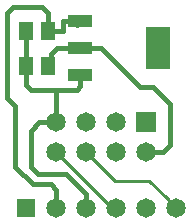
<source format=gbr>
G04 #@! TF.FileFunction,Copper,L2,Bot,Signal*
%FSLAX46Y46*%
G04 Gerber Fmt 4.6, Leading zero omitted, Abs format (unit mm)*
G04 Created by KiCad (PCBNEW (2015-03-11 BZR 5507)-product) date Thu 12 Mar 2015 01:37:59 PM CET*
%MOMM*%
G01*
G04 APERTURE LIST*
%ADD10C,0.100000*%
%ADD11R,1.297940X1.498600*%
%ADD12R,2.032000X3.657600*%
%ADD13R,2.032000X1.016000*%
%ADD14R,1.650000X1.650000*%
%ADD15C,1.650000*%
%ADD16R,1.651000X1.651000*%
%ADD17C,1.651000*%
%ADD18C,0.406400*%
%ADD19C,0.254000*%
G04 APERTURE END LIST*
D10*
D11*
X160000000Y-105000000D03*
X158100080Y-105000000D03*
X160000000Y-102000000D03*
X158100080Y-102000000D03*
D12*
X169302000Y-103500000D03*
D13*
X162698000Y-103500000D03*
X162698000Y-101214000D03*
X162698000Y-105786000D03*
D14*
X158150000Y-117000000D03*
D15*
X160690000Y-117000000D03*
X163230000Y-117000000D03*
X165770000Y-117000000D03*
X168310000Y-117000000D03*
X170850000Y-117000000D03*
D16*
X168310000Y-109730000D03*
D17*
X168310000Y-112270000D03*
X165770000Y-109730000D03*
X165770000Y-112270000D03*
X163230000Y-109730000D03*
X163230000Y-112270000D03*
X160690000Y-109730000D03*
X160690000Y-112270000D03*
D18*
X160000000Y-102000000D02*
X160000000Y-100500000D01*
X157000000Y-100000000D02*
X156500000Y-100500000D01*
X160000000Y-100500000D02*
X159500000Y-100000000D01*
X159500000Y-100000000D02*
X157000000Y-100000000D01*
X156500000Y-100500000D02*
X156500000Y-107700000D01*
X156500000Y-107700000D02*
X157189777Y-108389777D01*
X157189777Y-108389777D02*
X157189777Y-113499777D01*
X157189777Y-113499777D02*
X158687434Y-114997434D01*
X158687434Y-114997434D02*
X160197434Y-114997434D01*
X160197434Y-114997434D02*
X160690000Y-115490000D01*
X160690000Y-115490000D02*
X160690000Y-117000000D01*
X161250000Y-102000000D02*
X161250000Y-101239600D01*
X161250000Y-101239600D02*
X161275600Y-101214000D01*
X161275600Y-101214000D02*
X162698000Y-101214000D01*
X160000000Y-102000000D02*
X161250000Y-102000000D01*
X162412000Y-101500000D02*
X162698000Y-101214000D01*
X163230000Y-117000000D02*
X163230000Y-115833274D01*
X158500000Y-110500000D02*
X159250000Y-109750000D01*
X163230000Y-115833274D02*
X161496726Y-114100000D01*
X161496726Y-114100000D02*
X159100000Y-114100000D01*
X159100000Y-114100000D02*
X158500000Y-113500000D01*
X158500000Y-113500000D02*
X158500000Y-110500000D01*
X159250000Y-109750000D02*
X160670000Y-109750000D01*
X160670000Y-109750000D02*
X160690000Y-109730000D01*
X160761293Y-107000000D02*
X158500000Y-107000000D01*
X162398400Y-107000000D02*
X160761293Y-107000000D01*
X160761293Y-107000000D02*
X160690000Y-107071293D01*
X160690000Y-107071293D02*
X160690000Y-109730000D01*
X158500000Y-107000000D02*
X158100080Y-106600080D01*
X158100080Y-106600080D02*
X158100080Y-105000000D01*
X162698000Y-105786000D02*
X162698000Y-106700400D01*
X162698000Y-106700400D02*
X162398400Y-107000000D01*
X158100080Y-102000000D02*
X158100080Y-105000000D01*
X162698000Y-103500000D02*
X164500000Y-103500000D01*
X164500000Y-103500000D02*
X167750000Y-106750000D01*
X167750000Y-106750000D02*
X168850000Y-106750000D01*
X168850000Y-106750000D02*
X170300000Y-108200000D01*
X170300000Y-108200000D02*
X170300000Y-111700000D01*
X170300000Y-111700000D02*
X169730000Y-112270000D01*
X169730000Y-112270000D02*
X168310000Y-112270000D01*
X160250000Y-104000000D02*
X160750000Y-103500000D01*
X160750000Y-103500000D02*
X162698000Y-103500000D01*
X160250000Y-104649670D02*
X160250000Y-104000000D01*
X160000000Y-105000000D02*
X160000000Y-104899670D01*
X160000000Y-104899670D02*
X160250000Y-104649670D01*
D19*
X163230000Y-112270000D02*
X165660000Y-114700000D01*
X170025001Y-116175001D02*
X170850000Y-117000000D01*
X165660000Y-114700000D02*
X168550000Y-114700000D01*
X168550000Y-114700000D02*
X170025001Y-116175001D01*
X160690000Y-112270000D02*
X165420000Y-117000000D01*
X165420000Y-117000000D02*
X165770000Y-117000000D01*
M02*

</source>
